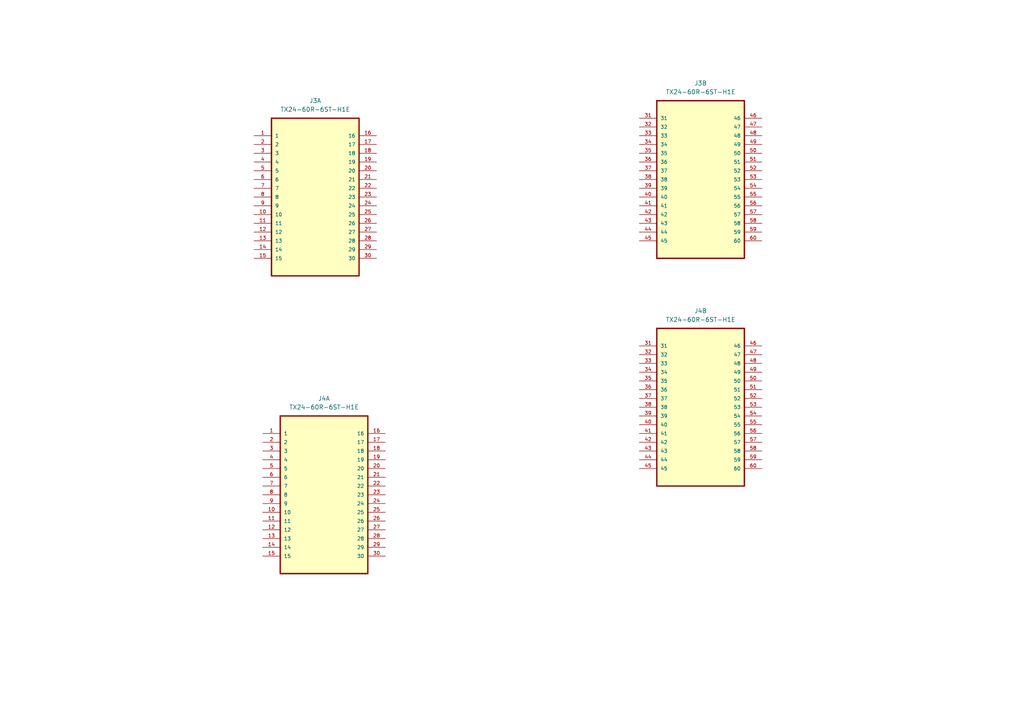
<source format=kicad_sch>
(kicad_sch (version 20231120) (generator "eeschema") (generator_version "8.0")
  (paper "A4")
  (lib_symbols
    (symbol "Library:TX24-60R-6ST-H1E" (pin_names (offset 1.016))
      (property "Reference" "J" (at -5.1816 22.0218 0))
      (property "Value" "TX24-60R-6ST-H1E" (at -6.6548 -28.4226 0))
      (symbol "TX24-60R-6ST-H1E_1_0"
        (rectangle (start -12.7 -25.4) (end 12.7 20.32) (stroke (width 0.4064)) (fill (type background)))
        (pin passive line (at -17.78 15.24 0) (length 5.08) (name "1") (number "1"))
        (pin passive line (at -17.78 -7.62 0) (length 5.08) (name "10") (number "10"))
        (pin passive line (at -17.78 -10.16 0) (length 5.08) (name "11") (number "11"))
        (pin passive line (at -17.78 -12.7 0) (length 5.08) (name "12") (number "12"))
        (pin passive line (at -17.78 -15.24 0) (length 5.08) (name "13") (number "13"))
        (pin passive line (at -17.78 -17.78 0) (length 5.08) (name "14") (number "14"))
        (pin passive line (at -17.78 -20.32 0) (length 5.08) (name "15") (number "15"))
        (pin passive line (at 17.78 15.24 180) (length 5.08) (name "16") (number "16"))
        (pin passive line (at 17.78 12.7 180) (length 5.08) (name "17") (number "17"))
        (pin passive line (at 17.78 10.16 180) (length 5.08) (name "18") (number "18"))
        (pin passive line (at 17.78 7.62 180) (length 5.08) (name "19") (number "19"))
        (pin passive line (at -17.78 12.7 0) (length 5.08) (name "2") (number "2"))
        (pin passive line (at 17.78 5.08 180) (length 5.08) (name "20") (number "20"))
        (pin passive line (at 17.78 2.54 180) (length 5.08) (name "21") (number "21"))
        (pin passive line (at 17.78 0 180) (length 5.08) (name "22") (number "22"))
        (pin passive line (at 17.78 -2.54 180) (length 5.08) (name "23") (number "23"))
        (pin passive line (at 17.78 -5.08 180) (length 5.08) (name "24") (number "24"))
        (pin passive line (at 17.78 -7.62 180) (length 5.08) (name "25") (number "25"))
        (pin passive line (at 17.78 -10.16 180) (length 5.08) (name "26") (number "26"))
        (pin passive line (at 17.78 -12.7 180) (length 5.08) (name "27") (number "27"))
        (pin passive line (at 17.78 -15.24 180) (length 5.08) (name "28") (number "28"))
        (pin passive line (at 17.78 -17.78 180) (length 5.08) (name "29") (number "29"))
        (pin passive line (at -17.78 10.16 0) (length 5.08) (name "3") (number "3"))
        (pin passive line (at 17.78 -20.32 180) (length 5.08) (name "30") (number "30"))
        (pin passive line (at -17.78 7.62 0) (length 5.08) (name "4") (number "4"))
        (pin passive line (at -17.78 5.08 0) (length 5.08) (name "5") (number "5"))
        (pin passive line (at -17.78 2.54 0) (length 5.08) (name "6") (number "6"))
        (pin passive line (at -17.78 0 0) (length 5.08) (name "7") (number "7"))
        (pin passive line (at -17.78 -2.54 0) (length 5.08) (name "8") (number "8"))
        (pin passive line (at -17.78 -5.08 0) (length 5.08) (name "9") (number "9"))
      )
      (symbol "TX24-60R-6ST-H1E_2_0"
        (rectangle (start -12.7 -25.4) (end 12.7 20.32) (stroke (width 0.4064)) (fill (type background)))
        (pin passive line (at -17.78 15.24 0) (length 5.08) (name "31") (number "31"))
        (pin passive line (at -17.78 12.7 0) (length 5.08) (name "32") (number "32"))
        (pin passive line (at -17.78 10.16 0) (length 5.08) (name "33") (number "33"))
        (pin passive line (at -17.78 7.62 0) (length 5.08) (name "34") (number "34"))
        (pin passive line (at -17.78 5.08 0) (length 5.08) (name "35") (number "35"))
        (pin passive line (at -17.78 2.54 0) (length 5.08) (name "36") (number "36"))
        (pin passive line (at -17.78 0 0) (length 5.08) (name "37") (number "37"))
        (pin passive line (at -17.78 -2.54 0) (length 5.08) (name "38") (number "38"))
        (pin passive line (at -17.78 -5.08 0) (length 5.08) (name "39") (number "39"))
        (pin passive line (at -17.78 -7.62 0) (length 5.08) (name "40") (number "40"))
        (pin passive line (at -17.78 -10.16 0) (length 5.08) (name "41") (number "41"))
        (pin passive line (at -17.78 -12.7 0) (length 5.08) (name "42") (number "42"))
        (pin passive line (at -17.78 -15.24 0) (length 5.08) (name "43") (number "43"))
        (pin passive line (at -17.78 -17.78 0) (length 5.08) (name "44") (number "44"))
        (pin passive line (at -17.78 -20.32 0) (length 5.08) (name "45") (number "45"))
        (pin passive line (at 17.78 15.24 180) (length 5.08) (name "46") (number "46"))
        (pin passive line (at 17.78 12.7 180) (length 5.08) (name "47") (number "47"))
        (pin passive line (at 17.78 10.16 180) (length 5.08) (name "48") (number "48"))
        (pin passive line (at 17.78 7.62 180) (length 5.08) (name "49") (number "49"))
        (pin passive line (at 17.78 5.08 180) (length 5.08) (name "50") (number "50"))
        (pin passive line (at 17.78 2.54 180) (length 5.08) (name "51") (number "51"))
        (pin passive line (at 17.78 0 180) (length 5.08) (name "52") (number "52"))
        (pin passive line (at 17.78 -2.54 180) (length 5.08) (name "53") (number "53"))
        (pin passive line (at 17.78 -5.08 180) (length 5.08) (name "54") (number "54"))
        (pin passive line (at 17.78 -7.62 180) (length 5.08) (name "55") (number "55"))
        (pin passive line (at 17.78 -10.16 180) (length 5.08) (name "56") (number "56"))
        (pin passive line (at 17.78 -12.7 180) (length 5.08) (name "57") (number "57"))
        (pin passive line (at 17.78 -15.24 180) (length 5.08) (name "58") (number "58"))
        (pin passive line (at 17.78 -17.78 180) (length 5.08) (name "59") (number "59"))
        (pin passive line (at 17.78 -20.32 180) (length 5.08) (name "60") (number "60"))
      )
    )
  )
  (symbol (lib_id "Library:TX24-60R-6ST-H1E") (at 203.2 115.57 0) (unit 2)
    (property "Reference" "J4" (at 203.2 90.17 0))
    (property "Value" "TX24-60R-6ST-H1E" (at 203.2 92.71 0))
    (property "Footprint" "Library:JAE_TX24-60R-6ST-H1E" (effects (hide yes)))
    (property "Description" "Connector RCPT 1.27MM 60POS GOLD PCB | JAE Electronics Inc. TX24-60R-6ST-H1E" (effects (hide yes)))
  )
  (symbol (lib_id "Library:TX24-60R-6ST-H1E") (at 93.98 140.97 0) (unit 1)
    (property "Reference" "J4" (at 93.98 115.57 0))
    (property "Value" "TX24-60R-6ST-H1E" (at 93.98 118.11 0))
    (property "Footprint" "Library:JAE_TX24-60R-6ST-H1E" (effects (hide yes)))
    (property "Description" "Connector RCPT 1.27MM 60POS GOLD PCB | JAE Electronics Inc. TX24-60R-6ST-H1E" (effects (hide yes)))
  )
  (symbol (lib_id "Library:TX24-60R-6ST-H1E") (at 203.2 49.53 0) (unit 2)
    (property "Reference" "J3" (at 203.2 24.13 0))
    (property "Value" "TX24-60R-6ST-H1E" (at 203.2 26.67 0))
    (property "Footprint" "Library:JAE_TX24-60R-6ST-H1E" (effects (hide yes)))
    (property "Description" "Connector RCPT 1.27MM 60POS GOLD PCB | JAE Electronics Inc. TX24-60R-6ST-H1E" (effects (hide yes)))
  )
  (symbol (lib_id "Library:TX24-60R-6ST-H1E") (at 91.44 54.61 0) (unit 1)
    (property "Reference" "J3" (at 91.44 29.21 0))
    (property "Value" "TX24-60R-6ST-H1E" (at 91.44 31.75 0))
    (property "Footprint" "Library:JAE_TX24-60R-6ST-H1E" (effects (hide yes)))
    (property "Description" "Connector RCPT 1.27MM 60POS GOLD PCB | JAE Electronics Inc. TX24-60R-6ST-H1E" (effects (hide yes)))
  )
)
</source>
